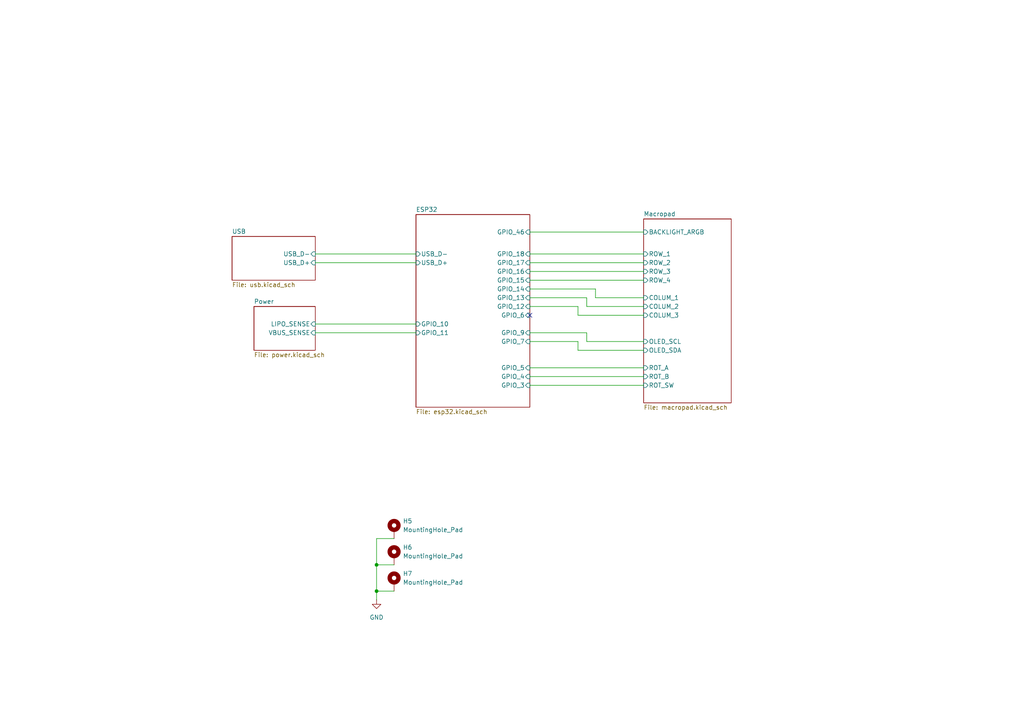
<source format=kicad_sch>
(kicad_sch (version 20231120) (generator "eeschema") (generator_version "8.0")
  (paper "A4")
  (lib_symbols
    (symbol "Mechanical:MountingHole_Pad" (pin_numbers hide) (pin_names (offset 1.016) hide) (exclude_from_sim yes) (in_bom no)
      (property "Reference" "H" (at 0 6.35 0))
      (property "Value" "MountingHole_Pad" (at 0 4.445 0))
      (symbol "MountingHole_Pad_0_1"
        (circle (center 0 1.27) (radius 1.27) (stroke (width 1.27)))
      )
      (symbol "MountingHole_Pad_1_1"
        (pin input line (at 0 -2.54 90) (length 2.54) (name "1") (number "1"))
      )
    )
    (symbol "power:GND" (power) (pin_numbers hide) (pin_names (offset 0) hide)
      (property "Value" "GND" (at 0 -3.81 0))
      (symbol "GND_0_1"
        (polyline (pts (xy 0 0) (xy 0 -1.27) (xy 1.27 -1.27) (xy 0 -2.54) (xy -1.27 -1.27) (xy 0 -1.27)))
      )
      (symbol "GND_1_1"
        (pin power_in line (at 0 0 270) (length 0) (name "~") (number "1"))
      )
    )
  )
  (junction (at 109.22 163.83))
  (junction (at 109.22 171.45))
  (no_connect (at 153.67 91.44))
  (wire (pts (xy 186.69 91.44) (xy 167.64 91.44)))
  (wire (pts (xy 172.72 83.82) (xy 153.67 83.82)))
  (wire (pts (xy 170.18 96.52) (xy 170.18 99.06)))
  (wire (pts (xy 91.44 76.2) (xy 120.65 76.2)))
  (wire (pts (xy 109.22 156.21) (xy 114.3 156.21)))
  (wire (pts (xy 91.44 93.98) (xy 120.65 93.98)))
  (wire (pts (xy 167.64 99.06) (xy 153.67 99.06)))
  (wire (pts (xy 109.22 163.83) (xy 109.22 156.21)))
  (wire (pts (xy 153.67 86.36) (xy 170.18 86.36)))
  (wire (pts (xy 153.67 78.74) (xy 186.69 78.74)))
  (wire (pts (xy 153.67 106.68) (xy 186.69 106.68)))
  (wire (pts (xy 167.64 88.9) (xy 153.67 88.9)))
  (wire (pts (xy 153.67 67.31) (xy 186.69 67.31)))
  (wire (pts (xy 109.22 163.83) (xy 114.3 163.83)))
  (wire (pts (xy 153.67 96.52) (xy 170.18 96.52)))
  (wire (pts (xy 167.64 101.6) (xy 167.64 99.06)))
  (wire (pts (xy 167.64 91.44) (xy 167.64 88.9)))
  (wire (pts (xy 109.22 171.45) (xy 109.22 163.83)))
  (wire (pts (xy 186.69 86.36) (xy 172.72 86.36)))
  (wire (pts (xy 172.72 86.36) (xy 172.72 83.82)))
  (wire (pts (xy 170.18 99.06) (xy 186.69 99.06)))
  (wire (pts (xy 170.18 86.36) (xy 170.18 88.9)))
  (wire (pts (xy 91.44 73.66) (xy 120.65 73.66)))
  (wire (pts (xy 170.18 88.9) (xy 186.69 88.9)))
  (wire (pts (xy 186.69 101.6) (xy 167.64 101.6)))
  (wire (pts (xy 153.67 81.28) (xy 186.69 81.28)))
  (wire (pts (xy 109.22 171.45) (xy 109.22 173.99)))
  (wire (pts (xy 109.22 171.45) (xy 114.3 171.45)))
  (wire (pts (xy 153.67 76.2) (xy 186.69 76.2)))
  (wire (pts (xy 153.67 109.22) (xy 186.69 109.22)))
  (wire (pts (xy 91.44 96.52) (xy 120.65 96.52)))
  (wire (pts (xy 153.67 73.66) (xy 186.69 73.66)))
  (wire (pts (xy 153.67 111.76) (xy 186.69 111.76)))
  (symbol (lib_id "power:GND") (at 109.22 173.99 0) (unit 1)
    (property "Reference" "#PWR04" (effects (hide yes)))
    (property "Value" "GND" (at 109.22 179.07 0))
    (property "Description" "Power symbol creates a global label with name \"GND\" , ground" (effects (hide yes)))
  )
  (symbol (lib_id "Mechanical:MountingHole_Pad") (at 114.3 153.67 0) (unit 1) (exclude_from_sim yes) (in_bom no)
    (property "Reference" "H5" (at 116.84 151.1299 0) (effects (justify left)))
    (property "Value" "MountingHole_Pad" (at 116.84 153.6699 0) (effects (justify left)))
    (property "Footprint" "MountingHole:MountingHole_3.2mm_M3_DIN965_Pad" (effects (hide yes)))
    (property "Description" "Mounting Hole with connection" (effects (hide yes)))
  )
  (symbol (lib_id "Mechanical:MountingHole_Pad") (at 114.3 161.29 0) (unit 1) (exclude_from_sim yes) (in_bom no)
    (property "Reference" "H6" (at 116.84 158.7499 0) (effects (justify left)))
    (property "Value" "MountingHole_Pad" (at 116.84 161.2899 0) (effects (justify left)))
    (property "Footprint" "MountingHole:MountingHole_3.2mm_M3_DIN965_Pad" (effects (hide yes)))
    (property "Description" "Mounting Hole with connection" (effects (hide yes)))
  )
  (symbol (lib_id "Mechanical:MountingHole_Pad") (at 114.3 168.91 0) (unit 1) (exclude_from_sim yes) (in_bom no)
    (property "Reference" "H7" (at 116.84 166.3699 0) (effects (justify left)))
    (property "Value" "MountingHole_Pad" (at 116.84 168.9099 0) (effects (justify left)))
    (property "Footprint" "MountingHole:MountingHole_3.2mm_M3_DIN965_Pad" (effects (hide yes)))
    (property "Description" "Mounting Hole with connection" (effects (hide yes)))
  )
  (sheet (at 186.69 63.5) (size 25.4 53.34) (stroke (width 0.1524))
    (property "Sheetname" "Macropad" (at 186.69 62.7884 0) (effects (justify left bottom)))
    (property "Sheetfile" "macropad.kicad_sch" (at 186.69 117.4246 0) (effects (justify left top)))
    (pin "BACKLIGHT_ARGB" input (at 186.69 67.31 180))
    (pin "ROW_3" input (at 186.69 78.74 180))
    (pin "ROW_2" input (at 186.69 76.2 180))
    (pin "ROW_4" input (at 186.69 81.28 180))
    (pin "ROW_1" input (at 186.69 73.66 180))
    (pin "COLUM_2" input (at 186.69 88.9 180))
    (pin "COLUM_1" input (at 186.69 86.36 180))
    (pin "COLUM_3" input (at 186.69 91.44 180))
    (pin "OLED_SCL" input (at 186.69 99.06 180))
    (pin "OLED_SDA" input (at 186.69 101.6 180))
    (pin "ROT_B" input (at 186.69 109.22 180))
    (pin "ROT_A" input (at 186.69 106.68 180))
    (pin "ROT_SW" input (at 186.69 111.76 180))
  )
  (sheet (at 67.31 68.58) (size 24.13 12.7) (stroke (width 0.1524))
    (property "Sheetname" "USB" (at 67.31 67.8684 0) (effects (justify left bottom)))
    (property "Sheetfile" "usb.kicad_sch" (at 67.31 81.8646 0) (effects (justify left top)))
    (pin "USB_D-" input (at 91.44 73.66 0))
    (pin "USB_D+" input (at 91.44 76.2 0))
  )
  (sheet (at 73.66 88.9) (size 17.78 12.7) (stroke (width 0.1524))
    (property "Sheetname" "Power" (at 73.66 88.1884 0) (effects (justify left bottom)))
    (property "Sheetfile" "power.kicad_sch" (at 73.66 102.1846 0) (effects (justify left top)))
    (pin "LIPO_SENSE" input (at 91.44 93.98 0))
    (pin "VBUS_SENSE" input (at 91.44 96.52 0))
  )
  (sheet (at 120.65 62.23) (size 33.02 55.88) (stroke (width 0.1524))
    (property "Sheetname" "ESP32" (at 120.65 61.5184 0) (effects (justify left bottom)))
    (property "Sheetfile" "esp32.kicad_sch" (at 120.65 118.6946 0) (effects (justify left top)))
    (pin "USB_D-" input (at 120.65 73.66 180))
    (pin "GPIO_18" input (at 153.67 73.66 0))
    (pin "USB_D+" input (at 120.65 76.2 180))
    (pin "GPIO_3" input (at 153.67 111.76 0))
    (pin "GPIO_17" input (at 153.67 76.2 0))
    (pin "GPIO_16" input (at 153.67 78.74 0))
    (pin "GPIO_7" input (at 153.67 99.06 0))
    (pin "GPIO_15" input (at 153.67 81.28 0))
    (pin "GPIO_5" input (at 153.67 106.68 0))
    (pin "GPIO_6" input (at 153.67 91.44 0))
    (pin "GPIO_4" input (at 153.67 109.22 0))
    (pin "GPIO_46" input (at 153.67 67.31 0))
    (pin "GPIO_9" input (at 153.67 96.52 0))
    (pin "GPIO_11" input (at 120.65 96.52 180))
    (pin "GPIO_12" input (at 153.67 88.9 0))
    (pin "GPIO_13" input (at 153.67 86.36 0))
    (pin "GPIO_14" input (at 153.67 83.82 0))
    (pin "GPIO_10" input (at 120.65 93.98 180))
  )
)
</source>
